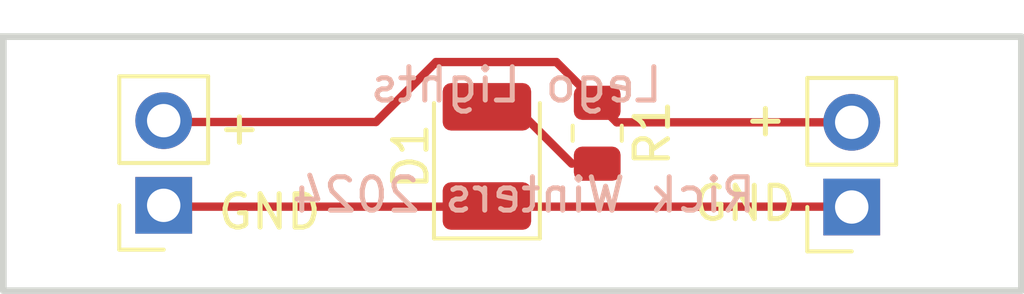
<source format=kicad_pcb>
(kicad_pcb (version 20221018) (generator pcbnew)
  (layers (0 "F.Cu" signal) (31 "B.Cu" signal) (34 "B.Paste" user) (35 "F.Paste" user) (36 "B.SilkS" user "B.Silkscreen") (37 "F.SilkS" user "F.Silkscreen") (38 "B.Mask" user) (39 "F.Mask" user) (44 "Edge.Cuts" user))
  (net 0 "")
  (net 1 "Net-(D1-A)")
  (net 2 "GND")
  (net 3 "+12V")
  (footprint "Connector_PinSocket_2.54mm:PinSocket_1x02_P2.54mm_Vertical" (layer "F.Cu") (at 124.181 60.94 180)
    (fp_text reference "J1" hide)
    (fp_text value "Conn_01x02")
    (fp_line (start -1.33 1.27) (end -1.33 3.87) (stroke (width 0.12)) (layer "F.SilkS"))
    (fp_line (start -1.33 1.27) (end 1.33 1.27) (stroke (width 0.12)) (layer "F.SilkS"))
    (fp_line (start -1.33 3.87) (end 1.33 3.87) (stroke (width 0.12)) (layer "F.SilkS"))
    (fp_line (start 0 -1.33) (end 1.33 -1.33) (stroke (width 0.12)) (layer "F.SilkS"))
    (fp_line (start 1.33 -1.33) (end 1.33 0) (stroke (width 0.12)) (layer "F.SilkS"))
    (fp_line (start 1.33 1.27) (end 1.33 3.87) (stroke (width 0.12)) (layer "F.SilkS"))
    (pad "1" thru_hole rect (at 0 0 180) (size 1.7 1.7) (drill 1) (layers "*.Cu" "*.Mask") (net 2 "GND"))
    (pad "2" thru_hole oval (at 0 2.54 180) (size 1.7 1.7) (drill 1) (layers "*.Cu" "*.Mask") (net 3 "+12V"))
  )
  (footprint "LED_SMD:LED_1210_3225Metric_Pad1.42x2.65mm_HandSolder" (layer "F.Cu") (at 133.858 59.4725 90)
    (fp_text reference "D1" (at 0 -2.28 90) (layer "F.SilkS"))
    (fp_text value "LED")
    (fp_line (start -2.46 -1.585) (end -2.46 1.585) (stroke (width 0.12)) (layer "F.SilkS"))
    (fp_line (start -2.46 1.585) (end 1.6 1.585) (stroke (width 0.12)) (layer "F.SilkS"))
    (fp_line (start 1.6 -1.585) (end -2.46 -1.585) (stroke (width 0.12)) (layer "F.SilkS"))
    (pad "1" smd roundrect (at -1.4875 0 90) (size 1.425 2.65) (layers "F.Cu" "F.Paste" "F.Mask") (roundrect_rratio 0.1754392982) (net 2 "GND"))
    (pad "2" smd roundrect (at 1.4875 0 90) (size 1.425 2.65) (layers "F.Cu" "F.Paste" "F.Mask") (roundrect_rratio 0.1754392982) (net 1 "Net-(D1-A)"))
  )
  (footprint "Resistor_SMD:R_0805_2012Metric" (layer "F.Cu") (at 137.16 58.7775 -90)
    (fp_text reference "R1" (at 0 -1.65 90) (layer "F.SilkS"))
    (fp_text value "R")
    (fp_line (start -0.227064 -0.735) (end 0.227064 -0.735) (stroke (width 0.12)) (layer "F.SilkS"))
    (fp_line (start -0.227064 0.735) (end 0.227064 0.735) (stroke (width 0.12)) (layer "F.SilkS"))
    (pad "1" smd roundrect (at -0.9125 0 270) (size 1.025 1.4) (layers "F.Cu" "F.Paste" "F.Mask") (roundrect_rratio 0.243902439) (net 3 "+12V"))
    (pad "2" smd roundrect (at 0.9125 0 270) (size 1.025 1.4) (layers "F.Cu" "F.Paste" "F.Mask") (roundrect_rratio 0.243902439) (net 1 "Net-(D1-A)"))
  )
  (footprint "Connector_PinSocket_2.54mm:PinSocket_1x02_P2.54mm_Vertical" (layer "F.Cu") (at 144.78 60.99 180)
    (fp_text reference "J2" hide)
    (fp_text value "Conn_01x02")
    (fp_line (start -1.33 1.27) (end -1.33 3.87) (stroke (width 0.12)) (layer "F.SilkS"))
    (fp_line (start -1.33 1.27) (end 1.33 1.27) (stroke (width 0.12)) (layer "F.SilkS"))
    (fp_line (start -1.33 3.87) (end 1.33 3.87) (stroke (width 0.12)) (layer "F.SilkS"))
    (fp_line (start 0 -1.33) (end 1.33 -1.33) (stroke (width 0.12)) (layer "F.SilkS"))
    (fp_line (start 1.33 -1.33) (end 1.33 0) (stroke (width 0.12)) (layer "F.SilkS"))
    (fp_line (start 1.33 1.27) (end 1.33 3.87) (stroke (width 0.12)) (layer "F.SilkS"))
    (pad "1" thru_hole rect (at 0 0 180) (size 1.7 1.7) (drill 1) (layers "*.Cu" "*.Mask") (net 2 "GND"))
    (pad "2" thru_hole oval (at 0 2.54 180) (size 1.7 1.7) (drill 1) (layers "*.Cu" "*.Mask") (net 3 "+12V"))
  )
  (gr_rect (start 119.38 55.88) (end 149.86 63.5) (stroke (width 0.2)) (fill none) (layer "Edge.Cuts"))
  (gr_text "Lego Lights" (at 139.192 57.912) (layer "B.SilkS") (effects (font (size 1 1)) (justify left bottom mirror)))
  (gr_text "Rick Winters 2024" (at 141.986 61.214) (layer "B.SilkS") (effects (font (size 1 1)) (justify left bottom mirror)))
  (gr_text "GND" (at 125.73 61.722) (layer "F.SilkS") (effects (font (size 1 1)) (justify left bottom)))
  (gr_text "GND" (at 139.954 61.468) (layer "F.SilkS") (effects (font (size 1 1)) (justify left bottom)))
  (gr_text "+" (at 141.478 58.928) (layer "F.SilkS") (effects (font (size 1 1)) (justify left bottom)))
  (gr_text "+" (at 125.73 59.182) (layer "F.SilkS") (effects (font (size 1 1)) (justify left bottom)))
  (segment (start 134.693 57.985) (end 133.858 57.985) (width 0.25) (layer "F.Cu") (net 1))
  (segment (start 136.398 59.69) (end 134.693 57.985) (width 0.25) (layer "F.Cu") (net 1))
  (segment (start 133.858 58.42) (end 134.7235 58.42) (width 0.25) (layer "F.Cu") (net 1))
  (segment (start 144.78 60.99) (end 144.77 60.98) (width 0.25) (layer "F.Cu") (net 2))
  (segment (start 144.77 60.98) (end 124.186 60.98) (width 0.25) (layer "F.Cu") (net 2))
  (segment (start 137.16 57.865) (end 135.937 56.642) (width 0.25) (layer "F.Cu") (net 3))
  (segment (start 137.745 58.45) (end 137.16 57.865) (width 0.25) (layer "F.Cu") (net 3))
  (segment (start 132.334 56.642) (end 130.536 58.44) (width 0.25) (layer "F.Cu") (net 3))
  (segment (start 144.78 58.45) (end 137.745 58.45) (width 0.25) (layer "F.Cu") (net 3))
  (segment (start 130.536 58.44) (end 124.186 58.44) (width 0.25) (layer "F.Cu") (net 3))
  (segment (start 144.78 58.45) (end 144.75 58.42) (width 0.25) (layer "F.Cu") (net 3))
  (segment (start 135.937 56.642) (end 132.334 56.642) (width 0.25) (layer "F.Cu") (net 3))
)
</source>
